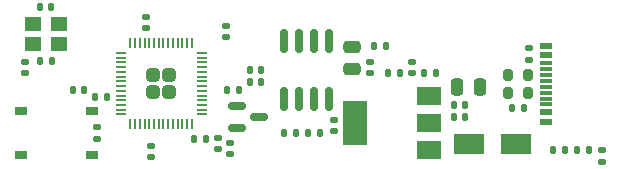
<source format=gbr>
%TF.GenerationSoftware,KiCad,Pcbnew,6.0.2+dfsg-1*%
%TF.CreationDate,2023-01-04T10:20:38-05:00*%
%TF.ProjectId,rp2040-basic-parts,72703230-3430-42d6-9261-7369632d7061,rev?*%
%TF.SameCoordinates,Original*%
%TF.FileFunction,Paste,Top*%
%TF.FilePolarity,Positive*%
%FSLAX46Y46*%
G04 Gerber Fmt 4.6, Leading zero omitted, Abs format (unit mm)*
G04 Created by KiCad (PCBNEW 6.0.2+dfsg-1) date 2023-01-04 10:20:38*
%MOMM*%
%LPD*%
G01*
G04 APERTURE LIST*
G04 Aperture macros list*
%AMRoundRect*
0 Rectangle with rounded corners*
0 $1 Rounding radius*
0 $2 $3 $4 $5 $6 $7 $8 $9 X,Y pos of 4 corners*
0 Add a 4 corners polygon primitive as box body*
4,1,4,$2,$3,$4,$5,$6,$7,$8,$9,$2,$3,0*
0 Add four circle primitives for the rounded corners*
1,1,$1+$1,$2,$3*
1,1,$1+$1,$4,$5*
1,1,$1+$1,$6,$7*
1,1,$1+$1,$8,$9*
0 Add four rect primitives between the rounded corners*
20,1,$1+$1,$2,$3,$4,$5,0*
20,1,$1+$1,$4,$5,$6,$7,0*
20,1,$1+$1,$6,$7,$8,$9,0*
20,1,$1+$1,$8,$9,$2,$3,0*%
G04 Aperture macros list end*
%ADD10R,1.000000X0.750000*%
%ADD11R,2.000000X1.500000*%
%ADD12R,2.000000X3.800000*%
%ADD13RoundRect,0.140000X0.140000X0.170000X-0.140000X0.170000X-0.140000X-0.170000X0.140000X-0.170000X0*%
%ADD14RoundRect,0.140000X-0.140000X-0.170000X0.140000X-0.170000X0.140000X0.170000X-0.140000X0.170000X0*%
%ADD15RoundRect,0.135000X-0.135000X-0.185000X0.135000X-0.185000X0.135000X0.185000X-0.135000X0.185000X0*%
%ADD16R,1.400000X1.200000*%
%ADD17RoundRect,0.250000X0.475000X-0.250000X0.475000X0.250000X-0.475000X0.250000X-0.475000X-0.250000X0*%
%ADD18RoundRect,0.150000X-0.587500X-0.150000X0.587500X-0.150000X0.587500X0.150000X-0.587500X0.150000X0*%
%ADD19RoundRect,0.250000X-0.250000X-0.475000X0.250000X-0.475000X0.250000X0.475000X-0.250000X0.475000X0*%
%ADD20RoundRect,0.140000X0.170000X-0.140000X0.170000X0.140000X-0.170000X0.140000X-0.170000X-0.140000X0*%
%ADD21RoundRect,0.135000X0.135000X0.185000X-0.135000X0.185000X-0.135000X-0.185000X0.135000X-0.185000X0*%
%ADD22RoundRect,0.150000X-0.150000X0.825000X-0.150000X-0.825000X0.150000X-0.825000X0.150000X0.825000X0*%
%ADD23RoundRect,0.135000X-0.185000X0.135000X-0.185000X-0.135000X0.185000X-0.135000X0.185000X0.135000X0*%
%ADD24RoundRect,0.140000X-0.170000X0.140000X-0.170000X-0.140000X0.170000X-0.140000X0.170000X0.140000X0*%
%ADD25R,2.500000X1.800000*%
%ADD26RoundRect,0.250000X-0.315000X0.315000X-0.315000X-0.315000X0.315000X-0.315000X0.315000X0.315000X0*%
%ADD27RoundRect,0.050000X-0.050000X0.387500X-0.050000X-0.387500X0.050000X-0.387500X0.050000X0.387500X0*%
%ADD28RoundRect,0.050000X-0.387500X0.050000X-0.387500X-0.050000X0.387500X-0.050000X0.387500X0.050000X0*%
%ADD29RoundRect,0.200000X-0.200000X-0.275000X0.200000X-0.275000X0.200000X0.275000X-0.200000X0.275000X0*%
%ADD30RoundRect,0.135000X0.185000X-0.135000X0.185000X0.135000X-0.185000X0.135000X-0.185000X-0.135000X0*%
%ADD31R,1.140000X0.600000*%
%ADD32R,1.140000X0.300000*%
G04 APERTURE END LIST*
D10*
%TO.C,SW1*%
X124412000Y-112806000D03*
X118412000Y-112806000D03*
X118412000Y-116556000D03*
X124412000Y-116556000D03*
%TD*%
D11*
%TO.C,U1*%
X153010000Y-116092000D03*
X153010000Y-113792000D03*
D12*
X146710000Y-113792000D03*
D11*
X153010000Y-111492000D03*
%TD*%
D13*
%TO.C,C10*%
X121003000Y-104013000D03*
X120043000Y-104013000D03*
%TD*%
D14*
%TO.C,C8*%
X137823000Y-109347000D03*
X138783000Y-109347000D03*
%TD*%
D15*
%TO.C,R11*%
X148336000Y-107315000D03*
X149356000Y-107315000D03*
%TD*%
D16*
%TO.C,U2*%
X121623000Y-105449000D03*
X119423000Y-105449000D03*
X119423000Y-107149000D03*
X121623000Y-107149000D03*
%TD*%
D15*
%TO.C,R8*%
X149477000Y-109601000D03*
X150497000Y-109601000D03*
%TD*%
D17*
%TO.C,C5*%
X146431000Y-109281000D03*
X146431000Y-107381000D03*
%TD*%
D18*
%TO.C,Q1*%
X136730500Y-112334000D03*
X136730500Y-114234000D03*
X138605500Y-113284000D03*
%TD*%
D14*
%TO.C,C1*%
X155095000Y-113284000D03*
X156055000Y-113284000D03*
%TD*%
D19*
%TO.C,C2*%
X155387000Y-110744000D03*
X157287000Y-110744000D03*
%TD*%
D20*
%TO.C,C13*%
X129032000Y-105763000D03*
X129032000Y-104803000D03*
%TD*%
D13*
%TO.C,C18*%
X123797000Y-110998000D03*
X122837000Y-110998000D03*
%TD*%
D21*
%TO.C,R9*%
X121033000Y-108585000D03*
X120013000Y-108585000D03*
%TD*%
D22*
%TO.C,U4*%
X144526000Y-106872000D03*
X143256000Y-106872000D03*
X141986000Y-106872000D03*
X140716000Y-106872000D03*
X140716000Y-111822000D03*
X141986000Y-111822000D03*
X143256000Y-111822000D03*
X144526000Y-111822000D03*
%TD*%
D15*
%TO.C,R1*%
X163447000Y-116078000D03*
X164467000Y-116078000D03*
%TD*%
D21*
%TO.C,R7*%
X153545000Y-109601000D03*
X152525000Y-109601000D03*
%TD*%
D14*
%TO.C,C16*%
X135918000Y-110998000D03*
X136878000Y-110998000D03*
%TD*%
D23*
%TO.C,R10*%
X124841000Y-114171000D03*
X124841000Y-115191000D03*
%TD*%
D24*
%TO.C,C12*%
X135128000Y-115090000D03*
X135128000Y-116050000D03*
%TD*%
D21*
%TO.C,R5*%
X143766000Y-114681000D03*
X142746000Y-114681000D03*
%TD*%
D23*
%TO.C,R13*%
X161417000Y-107440000D03*
X161417000Y-108460000D03*
%TD*%
D14*
%TO.C,C15*%
X133124000Y-115189000D03*
X134084000Y-115189000D03*
%TD*%
D15*
%TO.C,R12*%
X160018000Y-112522000D03*
X161038000Y-112522000D03*
%TD*%
D25*
%TO.C,D1*%
X156369000Y-115570000D03*
X160369000Y-115570000D03*
%TD*%
D20*
%TO.C,C19*%
X135763000Y-106525000D03*
X135763000Y-105565000D03*
%TD*%
%TO.C,C4*%
X147955000Y-109573000D03*
X147955000Y-108613000D03*
%TD*%
D26*
%TO.C,U3*%
X129602000Y-109790000D03*
X131002000Y-109790000D03*
X131002000Y-111190000D03*
X129602000Y-111190000D03*
D27*
X132902000Y-107052500D03*
X132502000Y-107052500D03*
X132102000Y-107052500D03*
X131702000Y-107052500D03*
X131302000Y-107052500D03*
X130902000Y-107052500D03*
X130502000Y-107052500D03*
X130102000Y-107052500D03*
X129702000Y-107052500D03*
X129302000Y-107052500D03*
X128902000Y-107052500D03*
X128502000Y-107052500D03*
X128102000Y-107052500D03*
X127702000Y-107052500D03*
D28*
X126864500Y-107890000D03*
X126864500Y-108290000D03*
X126864500Y-108690000D03*
X126864500Y-109090000D03*
X126864500Y-109490000D03*
X126864500Y-109890000D03*
X126864500Y-110290000D03*
X126864500Y-110690000D03*
X126864500Y-111090000D03*
X126864500Y-111490000D03*
X126864500Y-111890000D03*
X126864500Y-112290000D03*
X126864500Y-112690000D03*
X126864500Y-113090000D03*
D27*
X127702000Y-113927500D03*
X128102000Y-113927500D03*
X128502000Y-113927500D03*
X128902000Y-113927500D03*
X129302000Y-113927500D03*
X129702000Y-113927500D03*
X130102000Y-113927500D03*
X130502000Y-113927500D03*
X130902000Y-113927500D03*
X131302000Y-113927500D03*
X131702000Y-113927500D03*
X132102000Y-113927500D03*
X132502000Y-113927500D03*
X132902000Y-113927500D03*
D28*
X133739500Y-113090000D03*
X133739500Y-112690000D03*
X133739500Y-112290000D03*
X133739500Y-111890000D03*
X133739500Y-111490000D03*
X133739500Y-111090000D03*
X133739500Y-110690000D03*
X133739500Y-110290000D03*
X133739500Y-109890000D03*
X133739500Y-109490000D03*
X133739500Y-109090000D03*
X133739500Y-108690000D03*
X133739500Y-108290000D03*
X133739500Y-107890000D03*
%TD*%
D29*
%TO.C,R4*%
X159703000Y-111252000D03*
X161353000Y-111252000D03*
%TD*%
D15*
%TO.C,R6*%
X140714000Y-114681000D03*
X141734000Y-114681000D03*
%TD*%
%TO.C,R2*%
X165479000Y-116078000D03*
X166499000Y-116078000D03*
%TD*%
D24*
%TO.C,C6*%
X136144000Y-115471000D03*
X136144000Y-116431000D03*
%TD*%
D20*
%TO.C,C9*%
X151511000Y-109573000D03*
X151511000Y-108613000D03*
%TD*%
D13*
%TO.C,C7*%
X125702000Y-111633000D03*
X124742000Y-111633000D03*
%TD*%
D14*
%TO.C,C17*%
X137823000Y-110363000D03*
X138783000Y-110363000D03*
%TD*%
D24*
%TO.C,C11*%
X118745000Y-108613000D03*
X118745000Y-109573000D03*
%TD*%
D14*
%TO.C,C3*%
X155095000Y-112268000D03*
X156055000Y-112268000D03*
%TD*%
D29*
%TO.C,R3*%
X159703000Y-109728000D03*
X161353000Y-109728000D03*
%TD*%
D24*
%TO.C,C14*%
X129413000Y-115725000D03*
X129413000Y-116685000D03*
%TD*%
%TO.C,C20*%
X144907000Y-113566000D03*
X144907000Y-114526000D03*
%TD*%
D30*
%TO.C,R14*%
X167640000Y-117096000D03*
X167640000Y-116076000D03*
%TD*%
D31*
%TO.C,J1*%
X162890000Y-113690000D03*
X162890000Y-112890000D03*
D32*
X162890000Y-111740000D03*
X162890000Y-110740000D03*
X162890000Y-110240000D03*
X162890000Y-109240000D03*
D31*
X162890000Y-107290000D03*
X162890000Y-108090000D03*
D32*
X162890000Y-108740000D03*
X162890000Y-109740000D03*
X162890000Y-111240000D03*
X162890000Y-112240000D03*
%TD*%
M02*

</source>
